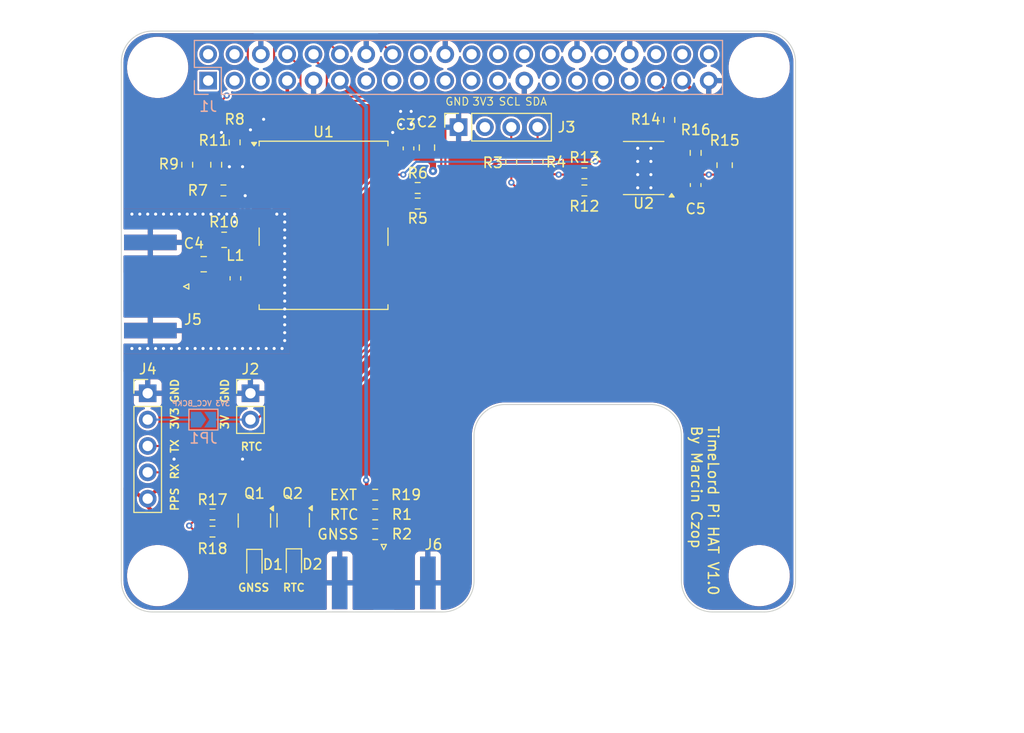
<source format=kicad_pcb>
(kicad_pcb (version 20241229) (generator "pcbnew") (generator_version "9.0")
  (title_block (date "15 nov 2012"))
  (layers (0 "F.Cu" signal) (4 "In1.Cu" signal) (6 "In2.Cu" signal) (2 "B.Cu" signal) (13 "F.Paste" user) (15 "B.Paste" user) (5 "F.SilkS" user "F.Silkscreen") (7 "B.SilkS" user "B.Silkscreen") (1 "F.Mask" user) (3 "B.Mask" user) (25 "Edge.Cuts" user))
  (net 0 "")
  (net 1 "GND")
  (net 2 "/GPIO27")
  (net 3 "/GPIO22")
  (net 4 "/GPIO10{slash}SPI0.MOSI")
  (net 5 "/GPIO9{slash}SPI0.MISO")
  (net 6 "/GPIO25")
  (net 7 "/GPIO11{slash}SPI0.SCLK")
  (net 8 "/GPIO8{slash}SPI0.CE0")
  (net 9 "/GPIO7{slash}SPI0.CE1")
  (net 10 "/ID_SDA")
  (net 11 "/ID_SCL")
  (net 12 "/GPIO5")
  (net 13 "/GPIO6")
  (net 14 "/GPIO12{slash}PWM0")
  (net 15 "/GPIO13{slash}PWM1")
  (net 16 "/GPIO16")
  (net 17 "/GPIO20{slash}PCM.DIN")
  (net 18 "/GPIO21{slash}PCM.DOUT")
  (net 19 "+5V")
  (net 20 "UART_TX")
  (net 21 "+3.3V")
  (net 22 "UART_RX")
  (net 23 "SCL")
  (net 24 "SDA")
  (net 25 "PPS")
  (net 26 "VCC_BCKP")
  (net 27 "RESET")
  (net 28 "SAFEBOOT")
  (net 29 "EXTINT")
  (net 30 "PPS_RTC")
  (net 31 "RTC_RESET")
  (net 32 "Net-(D1-K)")
  (net 33 "Net-(D2-K)")
  (net 34 "Net-(C4-Pad1)")
  (net 35 "Net-(J3-Pin_3)")
  (net 36 "Net-(J3-Pin_4)")
  (net 37 "RF")
  (net 38 "Net-(U1-TXD)")
  (net 39 "Net-(U1-RXD)")
  (net 40 "Net-(U1-EXTINT)")
  (net 41 "Net-(U1-SAFEBOOT_N)")
  (net 42 "Net-(U1-~{RESET})")
  (net 43 "Net-(U1-VCC_RF)")
  (net 44 "Net-(U1-TIMEPULSE)")
  (net 45 "Net-(U2-SCL)")
  (net 46 "Net-(U2-SDA)")
  (net 47 "Net-(U2-~{RST})")
  (net 48 "Net-(U2-~{INT}{slash}SQW)")
  (net 55 "Net-(D1-A)")
  (net 56 "Net-(D2-A)")
  (net 62 "Net-(J6-In)")
  (net 63 "PPS_EXT")
  (footprint "Connector_PinSocket_2.54mm:PinSocket_1x04_P2.54mm_Vertical" (layer "F.Cu") (at 132.512 53.264 90)
    (property "Reference" "J3")
    (property "Value" "OLED")
  )
  (footprint "MountingHole:MountingHole_2.7mm_M2.5" (layer "F.Cu") (at 161.5 47.5)
    (property "Reference" "MH2" (hide yes))
    (property "Value" "MountingHole_2.7mm_M2.5" (hide yes))
  )
  (footprint "Resistor_SMD:R_0603_1608Metric" (layer "F.Cu") (at 108.7865 92.253)
    (property "Reference" "R18")
    (property "Value" "470")
  )
  (footprint "Resistor_SMD:R_0603_1608Metric" (layer "F.Cu") (at 140.132 56.629 -90)
    (property "Reference" "R4")
    (property "Value" "33")
  )
  (footprint "Resistor_SMD:R_0603_1608Metric" (layer "F.Cu") (at 155.372 55.741 -90)
    (property "Reference" "R16")
    (property "Value" "33")
  )
  (footprint "Resistor_SMD:R_0603_1608Metric" (layer "F.Cu") (at 108.7865 90.602)
    (property "Reference" "R17")
    (property "Value" "470")
  )
  (footprint "Resistor_SMD:R_0603_1608Metric" (layer "F.Cu") (at 137.592 56.629 90)
    (property "Reference" "R3")
    (property "Value" "33")
  )
  (footprint "Resistor_SMD:R_0603_1608Metric" (layer "F.Cu") (at 109.144 56.883 -90)
    (property "Reference" "R11")
    (property "Value" "33")
  )
  (footprint "Package_TO_SOT_SMD:SOT-23" (layer "F.Cu") (at 116.571 91.1585 -90)
    (property "Reference" "Q2")
    (property "Value" "BC846")
  )
  (footprint "RF_GPS:ublox_NEO" (layer "F.Cu") (at 119.496 62.724)
    (property "Reference" "U1")
    (property "Value" "NEO-F10T")
  )
  (footprint "Package_SO:SOIC-8_3.9x4.9mm_P1.27mm" (layer "F.Cu") (at 150.357 57.201 180)
    (property "Reference" "U2")
    (property "Value" "DS3232M")
  )
  (footprint "Resistor_SMD:R_0805_2012Metric" (layer "F.Cu") (at 158.166 56.9235 -90)
    (property "Reference" "R15")
    (property "Value" "10k")
  )
  (footprint "Resistor_SMD:R_0603_1608Metric" (layer "F.Cu") (at 124.475 90.6 180)
    (property "Reference" "R1")
    (property "Value" "0")
  )
  (footprint "Resistor_SMD:R_0603_1608Metric" (layer "F.Cu") (at 124.475 88.7 180)
    (property "Reference" "R19")
    (property "Value" "0")
  )
  (footprint "MountingHole:MountingHole_2.7mm_M2.5" (layer "F.Cu") (at 103.5 96.5)
    (property "Reference" "MH3" (hide yes))
    (property "Value" "MountingHole_2.7mm_M2.5" (hide yes))
  )
  (footprint "Capacitor_SMD:C_0603_1608Metric" (layer "F.Cu") (at 127.686 55.309 -90)
    (property "Reference" "C3")
    (property "Value" "1u")
  )
  (footprint "Capacitor_SMD:C_0805_2012Metric" (layer "F.Cu") (at 107.94 66.472 180)
    (property "Reference" "C4")
    (property "Value" "10n")
  )
  (footprint "Resistor_SMD:R_0603_1608Metric" (layer "F.Cu") (at 110.922 54.725 -90)
    (property "Reference" "R8")
    (property "Value" "33")
  )
  (footprint "Connector_PinHeader_2.54mm:PinHeader_1x02_P2.54mm_Vertical" (layer "F.Cu") (at 112.446 78.918)
    (property "Reference" "J2")
    (property "Value" "BCKP_PWR")
  )
  (footprint "MountingHole:MountingHole_2.7mm_M2.5" (layer "F.Cu") (at 103.5 47.5)
    (property "Reference" "MH1" (hide yes))
    (property "Value" "MountingHole_2.7mm_M2.5" (hide yes))
  )
  (footprint "Resistor_SMD:R_0603_1608Metric" (layer "F.Cu") (at 144.641 59.36)
    (property "Reference" "R12")
    (property "Value" "33")
  )
  (footprint "Connector_PinHeader_2.54mm:PinHeader_1x05_P2.54mm_Vertical" (layer "F.Cu") (at 102.54 78.918)
    (property "Reference" "J4")
    (property "Value" "EXTERNAL")
  )
  (footprint "Capacitor_SMD:C_0805_2012Metric" (layer "F.Cu") (at 129.464 55.23 -90)
    (property "Reference" "C2")
    (property "Value" "22u")
  )
  (footprint "Connector_Coaxial:SMA_Amphenol_132289_EdgeMount" (layer "F.Cu") (at 125.3 97.2 -90)
    (property "Reference" "J6")
    (property "Value" "SMA")
  )
  (footprint "Resistor_SMD:R_0603_1608Metric" (layer "F.Cu") (at 152.832 52.565 90)
    (property "Reference" "R14")
    (property "Value" "33")
  )
  (footprint "Inductor_SMD:L_0603_1608Metric" (layer "F.Cu") (at 110.996 67.8365 -90)
    (property "Reference" "L1")
    (property "Value" "47n")
  )
  (footprint "Resistor_SMD:R_0603_1608Metric" (layer "F.Cu") (at 124.475 92.5 180)
    (property "Reference" "R2")
    (property "Value" "0")
  )
  (footprint "Resistor_SMD:R_0603_1608Metric" (layer "F.Cu") (at 144.641 57.709 180)
    (property "Reference" "R13")
    (property "Value" "33")
  )
  (footprint "MountingHole:MountingHole_2.7mm_M2.5" (layer "F.Cu") (at 161.5 96.5)
    (property "Reference" "MH4" (hide yes))
    (property "Value" "MountingHole_2.7mm_M2.5" (hide yes))
  )
  (footprint "LED_SMD:LED_0603_1608Metric" (layer "F.Cu") (at 116.637 95.4025 -90)
    (property "Reference" "D2")
    (property "Value" "LED")
  )
  (footprint "Package_TO_SOT_SMD:SOT-23" (layer "F.Cu") (at 112.827 91.1885 -90)
    (property "Reference" "Q1")
    (property "Value" "BC846")
  )
  (footprint "LED_SMD:LED_0603_1608Metric" (layer "F.Cu") (at 112.827 95.4535 -90)
    (property "Reference" "D1")
    (property "Value" "LED")
  )
  (footprint "Resistor_SMD:R_0603_1608Metric" (layer "F.Cu") (at 128.571 59.124)
    (property "Reference" "R6")
    (property "Value" "33")
  )
  (footprint "Resistor_SMD:R_0603_1608Metric" (layer "F.Cu") (at 128.571 60.624 180)
    (property "Reference" "R5")
    (property "Value" "33")
  )
  (footprint "Resistor_SMD:R_0805_2012Metric" (layer "F.Cu") (at 109.9085 64.124 180)
    (property "Reference" "R10")
    (property "Value" "10")
  )
  (footprint "Resistor_SMD:R_0603_1608Metric" (layer "F.Cu") (at 106.35 56.883 90)
    (property "Reference" "R9")
    (property "Value" "33")
  )
  (footprint "Connector_Coaxial:SMA_Amphenol_132289_EdgeMount" (layer "F.Cu") (at 102.794 68.624 180)
    (property "Reference" "J5")
    (property "Value" "SMA")
  )
  (footprint "Resistor_SMD:R_0603_1608Metric" (layer "F.Cu") (at 109.843 59.36)
    (property "Reference" "R7")
    (property "Value" "33")
  )
  (footprint "Capacitor_SMD:C_0603_1608Metric" (layer "F.Cu") (at 155.372 58.839 -90)
    (property "Reference" "C5")
    (property "Value" "1u")
  )
  (footprint "Connector_PinSocket_2.54mm:PinSocket_2x20_P2.54mm_Vertical" (layer "B.Cu") (at 108.37 48.77 -90)
    (property "Reference" "J1")
    (property "Value" "GPIO")
  )
  (footprint "Jumper:SolderJumper-2_P1.3mm_Open_TrianglePad1.0x1.5mm" (layer "B.Cu") (at 107.911 81.458)
    (property "Reference" "JP1")
    (property "Value" "VCC_BCPK_JMPR")
  )
  (gr_arc (start 162 44) (mid 164.12132 44.87868) (end 165 47) (stroke (width 0.1)) (layer "Edge.Cuts"))
  (gr_line (start 165 97) (end 165 47) (stroke (width 0.1)) (layer "Edge.Cuts"))
  (gr_line (start 100 47) (end 100 81) (stroke (width 0.1)) (layer "Edge.Cuts"))
  (gr_line (start 134 97) (end 134 83) (stroke (width 0.1)) (layer "Edge.Cuts"))
  (gr_arc (start 103 100) (mid 100.87868 99.12132) (end 100 97) (stroke (width 0.1)) (layer "Edge.Cuts"))
  (gr_line (start 103 100) (end 131 100) (stroke (width 0.1)) (layer "Edge.Cuts"))
  (gr_arc (start 134 83) (mid 134.87868 80.87868) (end 137 80) (stroke (width 0.1)) (layer "Edge.Cuts"))
  (gr_arc (start 134 97) (mid 133.12132 99.12132) (end 131 100) (stroke (width 0.1)) (layer "Edge.Cuts"))
  (gr_line (start 157 100) (end 162 100) (stroke (width 0.1)) (layer "Edge.Cuts"))
  (gr_arc (start 165 97) (mid 164.12132 99.12132) (end 162 100) (stroke (width 0.1)) (layer "Edge.Cuts"))
  (gr_arc (start 157 100) (mid 154.87868 99.12132) (end 154 97) (stroke (width 0.1)) (layer "Edge.Cuts"))
  (gr_arc (start 100 47) (mid 100.87868 44.87868) (end 103 44) (stroke (width 0.1)) (layer "Edge.Cuts"))
  (gr_line (start 137 80) (end 151 80) (stroke (width 0.1)) (layer "Edge.Cuts"))
  (gr_arc (start 151 80) (mid 153.12132 80.87868) (end 154 83) (stroke (width 0.1)) (layer "Edge.Cuts"))
  (gr_line (start 100 81) (end 100 97) (stroke (width 0.1)) (layer "Edge.Cuts"))
  (gr_line (start 154 97) (end 154 83) (stroke (width 0.1)) (layer "Edge.Cuts"))
  (gr_line (start 162 44) (end 103 44) (stroke (width 0.1)) (layer "Edge.Cuts"))
  (gr_text "GNSS" (at 111.176 98.095 0) (layer "F.SilkS") (effects (font (size 0.75 0.75) (thickness 0.15) (bold yes)) (justify left bottom)))
  (gr_text "RTC\n" (at 120 91.2 0) (layer "F.SilkS") (effects (font (size 1 1)) (justify left bottom)))
  (gr_text "3V" (at 110.414 82.474 90) (layer "F.SilkS") (effects (font (size 0.75 0.75) (thickness 0.15) (bold yes)) (justify left bottom)))
  (gr_text "RTC\n" (at 111.43 84.506 0) (layer "F.SilkS") (effects (font (size 0.75 0.75) (thickness 0.15) (bold yes)) (justify left bottom)))
  (gr_text "RTC" (at 115.494 98.095 0) (layer "F.SilkS") (effects (font (size 0.75 0.75) (thickness 0.15) (bold yes)) (justify left bottom)))
  (gr_text "GND" (at 131.182 51.232 0) (layer "F.SilkS") (effects (font (size 0.75 0.75) (thickness 0.1)) (justify left bottom)))
  (gr_text "GND" (at 105.588 79.934 90) (layer "F.SilkS") (effects (font (size 0.75 0.75) (thickness 0.15) (bold yes)) (justify left bottom)))
  (gr_text "EXT" (at 120 89.3 0) (layer "F.SilkS") (effects (font (size 1 1)) (justify left bottom)))
  (gr_text "GNSS\n" (at 118.8 93.1 0) (layer "F.SilkS") (effects (font (size 1 1)) (justify left bottom)))
  (gr_text "PPS" (at 105.588 90.348 90) (layer "F.SilkS") (effects (font (size 0.75 0.75) (thickness 0.15) (bold yes)) (justify left bottom)))
  (gr_text "SCL" (at 136.322 51.232 0) (layer "F.SilkS") (effects (font (size 0.75 0.75) (thickness 0.1)) (justify left bottom)))
  (gr_text "3V3\n" (at 133.782 51.232 0) (layer "F.SilkS") (effects (font (size 0.75 0.75) (thickness 0.1)) (justify left bottom)))
  (gr_text "GND" (at 110.414 79.934 90) (layer "F.SilkS") (effects (font (size 0.75 0.75) (thickness 0.15) (bold yes)) (justify left bottom)))
  (gr_text "SDA" (at 138.862 51.232 0) (layer "F.SilkS") (effects (font (size 0.75 0.75) (thickness 0.1)) (justify left bottom)))
  (gr_text "TX\n" (at 105.588 84.76 90) (layer "F.SilkS") (effects (font (size 0.75 0.75) (thickness 0.15) (bold yes)) (justify left bottom)))
  (gr_text "TimeLord Pi HAT V1.0\nBy Marcin Czop" (at 154.864 81.966 270) (layer "F.SilkS") (effects (font (size 1 1)) (justify left bottom)))
  (gr_text "3V3" (at 105.588 82.474 90) (layer "F.SilkS") (effects (font (size 0.75 0.75) (thickness 0.15) (bold yes)) (justify left bottom)))
  (gr_text "RX\n" (at 105.588 87.3 90) (layer "F.SilkS") (effects (font (size 0.75 0.75) (thickness 0.15) (bold yes)) (justify left bottom)))
  (gr_text "3V3 VCC_BCKP" (at 104.826 80.188 0) (layer "B.SilkS") (effects (font (size 0.5 0.5) (thickness 0.1) (bold yes)) (justify right bottom mirror)))
  (via (at 114.986 61.646) (size 0.6) (drill 0.3) (layers "F.Cu" "B.Cu") (net 1))
  (via (at 126.924 51.74) (size 0.6) (drill 0.3) (layers "F.Cu" "B.Cu") (net 1))
  (via (at 109.398 61.646) (size 0.6) (drill 0.3) (layers "F.Cu" "B.Cu") (net 1))
  (via (at 128.702 52.502) (size 0.6) (drill 0.3) (layers "F.Cu" "B.Cu") (net 1))
  (via (at 110.414 57.074) (size 0.6) (drill 0.3) (layers "F.Cu" "B.Cu") (net 1))
  (via (at 111.684 74.6) (size 0.6) (drill 0.3) (layers "F.Cu" "B.Cu") (net 1))
  (via (at 111.684 85.268) (size 0.6) (drill 0.3) (layers "F.Cu" "B.Cu") (net 1))
  (via (at 151.054 57.836) (size 0.6) (drill 0.3) (layers "F.Cu" "B.Cu") (net 1))
  (via (at 115.748 72.314) (size 0.6) (drill 0.3) (layers "F.Cu" "B.Cu") (net 1))
  (via (at 101.016 74.6) (size 0.6) (drill 0.3) (layers "F.Cu" "B.Cu") (net 1))
  (via (at 109.398 74.6) (size 0.6) (drill 0.3) (layers "F.Cu" "B.Cu") (net 1))
  (via (at 104.826 74.6) (size 0.6) (drill 0.3) (layers "F.Cu" "B.Cu") (net 1))
  (via (at 102.54 61.646) (size 0.6) (drill 0.3) (layers "F.Cu" "B.Cu") (net 1))
  (via (at 115.748 70.79) (size 0.6) (drill 0.3) (layers "F.Cu" "B.Cu") (net 1))
  (via (at 115.748 73.838) (size 0.6) (drill 0.3) (layers "F.Cu" "B.Cu") (net 1))
  (via (at 115.748 66.218) (size 0.6) (drill 0.3) (layers "F.Cu" "B.Cu") (net 1))
  (via (at 151.054 56.566) (size 0.6) (drill 0.3) (layers "F.Cu" "B.Cu") (net 1))
  (via (at 106.35 61.646) (size 0.6) (drill 0.3) (layers "F.Cu" "B.Cu") (net 1))
  (via (at 112.446 53.518) (size 0.6) (drill 0.3) (layers "F.Cu" "B.Cu") (net 1))
  (via (at 115.748 61.646) (size 0.6) (drill 0.3) (layers "F.Cu" "B.Cu") (net 1))
  (via (at 151.054 59.106) (size 0.6) (drill 0.3) (layers "F.Cu" "B.Cu") (net 1))
  (via (at 105.08 85.268) (size 0.6) (drill 0.3) (layers "F.Cu" "B.Cu") (net 1))
  (via (at 115.748 63.17) (size 0.6) (drill 0.3) (layers "F.Cu" "B.Cu") (net 1))
  (via (at 115.494 74.6) (size 0.6) (drill 0.3) (layers "F.Cu" "B.Cu") (net 1))
  (via (at 105.588 74.6) (size 0.6) (drill 0.3) (layers "F.Cu" "B.Cu") (net 1))
  (via (at 101.778 74.6) (size 0.6) (drill 0.3) (layers "F.Cu" "B.Cu") (net 1))
  (via (at 115.748 70.028) (size 0.6) (drill 0.3) (layers "F.Cu" "B.Cu") (net 1))
  (via (at 149.784 56.566) (size 0.6) (drill 0.3) (layers "F.Cu" "B.Cu") (net 1))
  (via (at 115.748 64.694) (size 0.6) (drill 0.3) (layers "F.Cu" "B.Cu") (net 1))
  (via (at 115.748 67.742) (size 0.6) (drill 0.3) (layers "F.Cu" "B.Cu") (net 1))
  (via (at 108.636 61.646) (size 0.6) (drill 0.3) (layers "F.Cu" "B.Cu") (net 1))
  (via (at 112.446 74.6) (size 0.6) (drill 0.3) (layers "F.Cu" "B.Cu") (net 1))
  (via (at 110.16 74.6) (size 0.6) (drill 0.3) (layers "F.Cu" "B.Cu") (net 1))
  (via (at 104.064 74.6) (size 0.6) (drill 0.3) (layers "F.Cu" "B.Cu") (net 1))
  (via (at 106.35 74.6) (size 0.6) (drill 0.3) (layers "F.Cu" "B.Cu") (net 1))
  (via (at 111.938 59.868) (size 0.6) (drill 0.3) (layers "F.Cu" "B.Cu") (net 1))
  (via (at 104.064 61.646) (size 0.6) (drill 0.3) (layers "F.Cu" "B.Cu") (net 1))
  (via (at 114.732 74.6) (size 0.6) (drill 0.3) (layers "F.Cu" "B.Cu") (net 1))
  (via (at 109.652 53.772) (size 0.6) (drill 0.3) (layers "F.Cu" "B.Cu") (net 1))
  (via (at 102.54 74.6) (size 0.6) (drill 0.3) (layers "F.Cu" "B.Cu") (net 1))
  (via (at 115.748 66.98) (size 0.6) (drill 0.3) (layers "F.Cu" "B.Cu") (net 1))
  (via (at 149.784 55.296) (size 0.6) (drill 0.3) (layers "F.Cu" "B.Cu") (net 1))
  (via (at 111.684 57.074) (size 0.6) (drill 0.3) (layers "F.Cu" "B.Cu") (net 1))
  (via (at 115.748 71.552) (size 0.6) (drill 0.3) (layers "F.Cu" "B.Cu") (net 1))
  (via (at 105.588 61.646) (size 0.6) (drill 0.3) (layers "F.Cu" "B.Cu") (net 1))
  (via (at 110.922 62.408) (size 0.6) (drill 0.3) (layers "F.Cu" "B.Cu") (net 1))
  (via (at 107.112 61.646) (size 0.6) (drill 0.3) (layers "F.Cu" "B.Cu") (net 1))
  (via (at 110.16 61.646) (size 0.6) (drill 0.3) (layers "F.Cu" "B.Cu") (net 1))
  (via (at 126.924 53.01) (size 0.6) (drill 0.3) (layers "F.Cu" "B.Cu") (net 1))
  (via (at 149.784 57.836) (size 0.6) (drill 0.3) (layers "F.Cu" "B.Cu") (net 1))
  (via (at 115.748 73.076) (size 0.6) (drill 0.3) (layers "F.Cu" "B.Cu") (net 1))
  (via (at 107.874 61.646) (size 0.6) (drill 0.3) (layers "F.Cu" "B.Cu") (net 1))
  (via (at 101.778 61.646) (size 0.6) (drill 0.3) (layers "F.Cu" "B.Cu") (net 1))
  (via (at 115.748 65.456) (size 0.6) (drill 0.3) (layers "F.Cu" "B.Cu") (net 1))
  (via (at 104.826 61.646) (size 0.6) (drill 0.3) (layers "F.Cu" "B.Cu") (net 1))
  (via (at 110.922 74.6) (size 0.6) (drill 0.3) (layers "F.Cu" "B.Cu") (net 1))
  (via (at 115.748 62.408) (size 0.6) (drill 0.3) (layers "F.Cu" "B.Cu") (net 1))
  (via (at 107.112 74.6) (size 0.6) (drill 0.3) (layers "F.Cu" "B.Cu") (net 1))
  (via (at 101.016 61.646) (size 0.6) (drill 0.3) (layers "F.Cu" "B.Cu") (net 1))
  (via (at 110.922 61.646) (size 0.6) (drill 0.3) (layers "F.Cu" "B.Cu") (net 1))
  (via (at 149.784 59.106) (size 0.6) (drill 0.3) (layers "F.Cu" "B.Cu") (net 1))
  (via (at 107.874 74.6) (size 0.6) (drill 0.3) (layers "F.Cu" "B.Cu") (net 1))
  (via (at 103.302 74.6) (size 0.6) (drill 0.3) (layers "F.Cu" "B.Cu") (net 1))
  (via (at 127.94 51.74) (size 0.6) (drill 0.3) (layers "F.Cu" "B.Cu") (net 1))
  (via (at 151.054 55.296) (size 0.6) (drill 0.3) (layers "F.Cu" "B.Cu") (net 1))
  (via (at 115.748 68.504) (size 0.6) (drill 0.3) (layers "F.Cu" "B.Cu") (net 1))
  (via (at 126.162 53.772) (size 0.6) (drill 0.3) (layers "F.Cu" "B.Cu") (net 1))
  (via (at 103.302 61.646) (size 0.6) (drill 0.3) (layers "F.Cu" "B.Cu") (net 1))
  (via (at 115.748 63.932) (size 0.6) (drill 0.3) (layers "F.Cu" "B.Cu") (net 1))
  (via (at 127.94 53.01) (size 0.6) (drill 0.3) (layers "F.Cu" "B.Cu") (net 1))
  (via (at 113.97 74.6) (size 0.6) (drill 0.3) (layers "F.Cu" "B.Cu") (net 1))
  (via (at 113.208 74.6) (size 0.6) (drill 0.3) (layers "F.Cu" "B.Cu") (net 1))
  (via (at 115.748 69.266) (size 0.6) (drill 0.3) (layers "F.Cu" "B.Cu") (net 1))
  (via (at 113.716 52.502) (size 0.6) (drill 0.3) (layers "F.Cu" "B.Cu") (net 1))
  (via (at 108.636 74.6) (size 0.6) (drill 0.3) (layers "F.Cu" "B.Cu") (net 1))
  (segment (start 129.396 59.124) (end 130.841 57.679) (width 0.2) (layer "F.Cu") (net 20))
  (segment (start 118.288 50.724) (end 117.267 49.703) (width 0.2) (layer "F.Cu") (net 20))
  (segment (start 130.841 57.679) (end 130.841 53.4301) (width 0.2) (layer "F.Cu") (net 20))
  (segment (start 128.695 59.825) (end 129.396 59.124) (width 0.2) (layer "F.Cu") (net 20))
  (segment (start 114.1649 83.998) (end 128.695 69.4679) (width 0.2) (layer "F.Cu") (net 20))
  (segment (start 128.695 69.4679) (end 128.695 59.825) (width 0.2) (layer "F.Cu") (net 20))
  (segment (start 102.54 83.998) (end 114.1649 83.998) (width 0.2) (layer "F.Cu") (net 20))
  (segment (start 117.267 47.485) (end 116.116 46.334) (width 0.2) (layer "F.Cu") (net 20))
  (segment (start 128.1349 50.724) (end 118.288 50.724) (width 0.2) (layer "F.Cu") (net 20))
  (segment (start 130.841 53.4301) (end 128.1349 50.724) (width 0.2) (layer "F.Cu") (net 20))
  (segment (start 117.267 49.703) (end 117.267 47.485) (width 0.2) (layer "F.Cu") (net 20))
  (segment (start 106.5405 91.6815) (end 107.112 92.253) (width 0.2) (layer "F.Cu") (net 21))
  (segment (start 107.62 90.602) (end 107.9615 90.602) (width 0.2) (layer "F.Cu") (net 21))
  (segment (start 127.782 56.18) (end 127.686 56.084) (width 0.2) (layer "F.Cu") (net 21))
  (segment (start 126.946 56.824) (end 125.496 56.824) (width 0.6) (layer "F.Cu") (net 21))
  (segment (start 125.5 56.82) (end 125.496 56.824) (width 0.2) (layer "F.Cu") (net 21))
  (segment (start 106.5405 91.6815) (end 107.62 90.602) (width 0.2) (layer "F.Cu") (net 21))
  (segment (start 156.642 57.836) (end 152.832 57.836) (width 0.2) (layer "F.Cu") (net 21))
  (segment (start 130.044525 56.760525) (end 129.464 56.18) (width 0.6) (layer "F.Cu") (net 21))
  (segment (start 130.044525 57.485525) (end 130.044525 56.760525) (width 0.6) (layer "F.Cu") (net 21))
  (segment (start 127.686 56.084) (end 126.946 56.824) (width 0.6) (layer "F.Cu") (net 21))
  (segment (start 107.112 92.253) (end 107.9615 92.253) (width 0.2) (layer "F.Cu") (net 21))
  (segment (start 129.464 56.18) (end 127.782 56.18) (width 0.6) (layer "F.Cu") (net 21))
  (segment (start 156.642 57.836) (end 158.166 57.836) (width 0.2) (layer "F.Cu") (net 21))
  (via (at 106.5405 91.6815) (size 0.6) (drill 0.3) (layers "F.Cu" "B.Cu") (net 21))
  (via (at 156.642 57.836) (size 0.6) (drill 0.3) (layers "F.Cu" "B.Cu") (net 21))
  (via (at 130.044525 57.485525) (size 0.8) (drill 0.3) (layers "F.Cu" "B.Cu") (net 21))
  (segment (start 107.186 81.458) (end 102.54 81.458) (width 0.2) (layer "B.Cu") (net 21))
  (segment (start 131.242 58.778) (end 131.242 53.264) (width 0.2) (layer "F.Cu") (net 22))
  (segment (start 128.8611 69.8689) (end 128.956 69.774) (width 0.2) (layer "F.Cu") (net 22))
  (segment (start 128.301 50.323) (end 120.681 50.323) (width 0.2) (layer "F.Cu") (net 22))
  (segment (start 119.812 47.93) (end 118.656 46.774) (width 0.2) (layer "F.Cu") (net 22))
  (segment (start 114.5659 84.1641) (end 128.8611 69.8689) (width 0.2) (layer "F.Cu") (net 22))
  (segment (start 129.096 60.924) (end 129.396 60.624) (width 0.2) (layer "F.Cu") (net 22))
  (segment (start 102.54 86.538) (end 112.192 86.538) (width 0.2) (layer "F.Cu") (net 22))
  (segment (start 112.192 86.538) (end 114.331 84.399) (width 0.2) (layer "F.Cu") (net 22))
  (segment (start 119.812 49.454) (end 119.812 47.93) (width 0.2) (layer "F.Cu") (net 22))
  (segment (start 129.396 60.624) (end 131.242 58.778) (width 0.2) (layer "F.Cu") (net 22))
  (segment (start 128.956 69.774) (end 129.096 69.634) (width 0.2) (layer "F.Cu") (net 22))
  (segment (start 131.242 53.264) (end 128.301 50.323) (width 0.2) (layer "F.Cu") (net 22))
  (segment (start 120.681 50.323) (end 119.812 49.454) (width 0.2) (layer "F.Cu") (net 22))
  (segment (start 129.096 69.3018) (end 129.096 60.924) (width 0.2) (layer "F.Cu") (net 22))
  (segment (start 129.096 69.634) (end 129.096 69.3018) (width 0.2) (layer "F.Cu") (net 22))
  (segment (start 114.331 84.399) (end 114.5659 84.1641) (width 0.2) (layer "F.Cu") (net 22))
  (segment (start 118.656 46.774) (end 118.656 46.334) (width 0.2) (layer "F.Cu") (net 22))
  (segment (start 137.6 57.462) (end 137.592 57.454) (width 0.2) (layer "F.Cu") (net 23))
  (segment (start 137.6 58.598) (end 138.362 59.36) (width 0.2) (layer "F.Cu") (net 23))
  (segment (start 138.362 59.36) (end 143.816 59.36) (width 0.2) (layer "F.Cu") (net 23))
  (segment (start 137.6 58.598) (end 137.6 57.462) (width 0.2) (layer "F.Cu") (net 23))
  (via (at 137.6 58.598) (size 0.6) (drill 0.3) (layers "F.Cu" "B.Cu") (net 23))
  (segment (start 142.164 57.836) (end 143.816 57.836) (width 0.2) (layer "F.Cu") (net 24))
  (segment (start 142.164 57.836) (end 141.91 57.836) (width 0.2) (layer "F.Cu") (net 24))
  (segment (start 141.91 57.836) (end 141.874 57.8) (width 0.2) (layer "F.Cu") (net 24))
  (segment (start 140.278 57.6) (end 140.132 57.454) (width 0.2) (layer "F.Cu") (net 24))
  (segment (start 140.9 57.8) (end 140.7 57.6) (width 0.2) (layer "F.Cu") (net 24))
  (segment (start 140.7 57.6) (end 140.278 57.6) (width 0.2) (layer "F.Cu") (net 24))
  (segment (start 141.874 57.8) (end 140.9 57.8) (width 0.2) (layer "F.Cu") (net 24))
  (via (at 142.164 57.836) (size 0.6) (drill 0.3) (layers "F.Cu" "B.Cu") (net 24))
  (segment (start 118.6 96.55) (end 116.35 98.8) (width 0.3493) (layer "F.Cu") (net 25))
  (segment (start 117.8 56.45) (end 116.1 54.75) (width 0.3493) (layer "F.Cu") (net 25))
  (segment (start 109.144 56.058) (end 109.144 55.956) (width 0.3493) (layer "F.Cu") (net 25))
  (segment (start 100.5 77.3) (end 101.6 76.2) (width 0.3493) (layer "F.Cu") (net 25))
  (segment (start 111.5 98.8) (end 102.54 89.84) (width 0.3493) (layer "F.Cu") (net 25))
  (segment (start 102.028 89.078) (end 100.5 87.55) (width 0.3493) (layer "F.Cu") (net 25))
  (segment (start 102.54 89.84) (end 102.54 89.078) (width 0.3493) (layer "F.Cu") (net 25))
  (segment (start 116 53.654) (end 114.904 54.75) (width 0.3493) (layer "F.Cu") (net 25))
  (segment (start 117.8 74.7) (end 117.8 56.45) (width 0.3493) (layer "F.Cu") (net 25))
  (segment (start 116.012 48.77) (end 115.99 48.77) (width 0.2) (layer "F.Cu") (net 25))
  (segment (start 120.4 92.5) (end 118.6 94.3) (width 0.3493) (layer "F.Cu") (net 25))
  (segment (start 113.777 89.677) (end 113.777 90.251) (width 0.3493) (layer "F.Cu") (net 25))
  (segment (start 116.116 48.874) (end 116.012 48.77) (width 0.2) (layer "F.Cu") (net 25))
  (segment (start 109.144 55.956) (end 110.35 54.75) (width 0.3493) (layer "F.Cu") (net 25))
  (segment (start 102.54 89.078) (end 103.268 88.35) (width 0.3493) (layer "F.Cu") (net 25))
  (segment (start 112.45 88.35) (end 113.777 89.677) (width 0.3493) (layer "F.Cu") (net 25))
  (segment (start 118.6 94.3) (end 118.6 96.55) (width 0.3493) (layer "F.Cu") (net 25))
  (segment (start 102.54 89.078) (end 102.028 89.078) (width 0.3493) (layer "F.Cu") (net 25))
  (segment (start 110.35 54.75) (end 114.904 54.75) (width 0.3493) (layer "F.Cu") (net 25))
  (segment (start 116 48.78) (end 116 53.654) (width 0.3493) (layer "F.Cu") (net 25))
  (segment (start 115.99 48.77) (end 116 48.78) (width 0.2) (layer "F.Cu") (net 25))
  (segment (start 116.1 54.75) (end 114.904 54.75) (width 0.3493) (layer "F.Cu") (net 25))
  (segment (start 123.65 92.5) (end 120.4 92.5) (width 0.3493) (layer "F.Cu") (net 25))
  (segment (start 103.268 88.35) (end 112.45 88.35) (width 0.3493) (layer "F.Cu") (net 25))
  (segment (start 116.35 98.8) (end 111.5 98.8) (width 0.3493) (layer "F.Cu") (net 25))
  (segment (start 100.5 87.55) (end 100.5 77.3) (width 0.3493) (layer "F.Cu") (net 25))
  (segment (start 116.3 76.2) (end 117.8 74.7) (width 0.3493) (layer "F.Cu") (net 25))
  (segment (start 101.6 76.2) (end 116.3 76.2) (width 0.3493) (layer "F.Cu") (net 25))
  (segment (start 119.4 75.1) (end 119.4 63.12) (width 0.2) (layer "F.Cu") (net 26))
  (segment (start 125.584 57.836) (end 125.496 57.924) (width 0.2) (layer "F.Cu") (net 26))
  (segment (start 145.72 56.566) (end 147.882 56.566) (width 0.2) (layer "F.Cu") (net 26))
  (segment (start 127.178 57.836) (end 125.584 57.836) (width 0.2) (layer "F.Cu") (net 26))
  (segment (start 119.4 63.12) (end 124.596 57.924) (width 0.2) (layer "F.Cu") (net 26))
  (segment (start 112.446 81.458) (end 113.042 81.458) (width 0.2) (layer "F.Cu") (net 26))
  (segment (start 113.042 81.458) (end 119.4 75.1) (width 0.2) (layer "F.Cu") (net 26))
  (segment (start 124.596 57.924) (end 125.496 57.924) (width 0.2) (layer "F.Cu") (net 26))
  (via (at 127.178 57.836) (size 0.6) (drill 0.3) (layers "F.Cu" "B.Cu") (net 26))
  (via (at 145.72 56.566) (size 0.6) (drill 0.3) (layers "F.Cu" "B.Cu") (net 26))
  (segment (start 108.636 81.458) (end 112.446 81.458) (width 0.2) (layer "B.Cu") (net 26))
  (segment (start 145.686 56.6) (end 145.72 56.566) (width 0.2) (layer "B.Cu") (net 26))
  (segment (start 127.178 57.836) (end 128.414 56.6) (width 0.2) (layer "B.Cu") (net 26))
  (segment (start 128.414 56.6) (end 145.686 56.6) (width 0.2) (layer "B.Cu") (net 26))
  (segment (start 106.35 54.026) (end 106.35 56.058) (width 0.2) (layer "F.Cu") (net 27))
  (segment (start 110.16 50.216) (end 106.35 54.026) (width 0.2) (layer "F.Cu") (net 27))
  (via (at 110.16 50.216) (size 0.6) (drill 0.3) (layers "F.Cu" "B.Cu") (net 27))
  (segment (start 115.494 44.882) (end 114.727 45.649) (width 0.2) (layer "F.Cu") (net 28))
  (segment (start 121.196 46.334) (end 119.744 44.882) (width 0.2) (layer "F.Cu") (net 28))
  (segment (start 110.922 53.264) (end 110.922 53.9) (width 0.2) (layer "F.Cu") (net 28))
  (segment (start 119.744 44.882) (end 115.494 44.882) (width 0.2) (layer "F.Cu") (net 28))
  (segment (start 114.727 45.649) (end 114.727 49.459) (width 0.2) (layer "F.Cu") (net 28))
  (segment (start 114.727 49.459) (end 110.922 53.264) (width 0.2) (layer "F.Cu") (net 28))
  (segment (start 113.208 44.374) (end 124.316 44.374) (width 0.2) (layer "F.Cu") (net 29))
  (segment (start 124.316 44.374) (end 126.276 46.334) (width 0.2) (layer "F.Cu") (net 29))
  (segment (start 112.192 45.39) (end 113.208 44.374) (width 0.2) (layer "F.Cu") (net 29))
  (segment (start 109.018 59.36) (end 108.827 59.36) (width 0.2) (layer "F.Cu") (net 29))
  (segment (start 112.192 49.962) (end 112.192 45.39) (width 0.2) (layer "F.Cu") (net 29))
  (segment (start 107.62 58.153) (end 107.62 54.534) (width 0.2) (layer "F.Cu") (net 29))
  (segment (start 107.62 54.534) (end 112.192 49.962) (width 0.2) (layer "F.Cu") (net 29))
  (segment (start 108.827 59.36) (end 107.62 58.153) (width 0.2) (layer "F.Cu") (net 29))
  (segment (start 155.372 54.153) (end 155.372 54.916) (width 0.2) (layer "F.Cu") (net 30))
  (segment (start 155.372 50.03) (end 154.216 48.874) (width 0.3493) (layer "F.Cu") (net 30))
  (segment (start 117.521 83.329) (end 130.95 69.9) (width 0.3493) (layer "F.Cu") (net 30))
  (segment (start 153.769 52.55) (end 155.372 54.153) (width 0.3493) (layer "F.Cu") (net 30))
  (segment (start 145.799 52.55) (end 153.769 52.55) (width 0.3493) (layer "F.Cu") (net 30))
  (segment (start 123.65 90.6) (end 117.9 90.6) (width 0.3493) (layer "F.Cu") (net 30))
  (segment (start 130.95 69.9) (end 130.95 61.9) (width 0.3493) (layer "F.Cu") (net 30))
  (segment (start 155.372 54.916) (end 155.372 50.03) (width 0.3493) (layer "F.Cu") (net 30))
  (segment (start 130.95 61.9) (end 136.25 56.6) (width 0.3493) (layer "F.Cu") (net 30))
  (segment (start 136.25 56.6) (end 141.749 56.6) (width 0.3493) (layer "F.Cu") (net 30))
  (segment (start 117.521 90.221) (end 117.521 83.329) (width 0.3493) (layer "F.Cu") (net 30))
  (segment (start 141.749 56.6) (end 145.799 52.55) (width 0.3493) (layer "F.Cu") (net 30))
  (segment (start 117.9 90.6) (end 117.521 90.221) (width 0.3493) (layer "F.Cu") (net 30))
  (segment (start 152.832 51.74) (end 152.832 50.03) (width 0.2) (layer "F.Cu") (net 31))
  (segment (start 152.832 50.03) (end 151.676 48.874) (width 0.2) (layer "F.Cu") (net 31))
  (segment (start 112.827 94.666) (end 112.827 92.126) (width 0.2) (layer "F.Cu") (net 32))
  (segment (start 116.571 94.554) (end 116.51 94.615) (width 0.2) (layer "F.Cu") (net 33))
  (segment (start 116.571 92.096) (end 116.571 94.554) (width 0.2) (layer "F.Cu") (net 33))
  (segment (start 108.996 64.124) (end 108.996 66.366) (width 0.2) (layer "F.Cu") (net 34))
  (segment (start 108.89 66.472) (end 109.467 67.049) (width 0.2) (layer "F.Cu") (net 34))
  (segment (start 108.996 66.366) (end 108.89 66.472) (width 0.2) (layer "F.Cu") (net 34))
  (segment (start 109.467 67.049) (end 110.996 67.049) (width 0.2) (layer "F.Cu") (net 34))
  (segment (start 137.592 53.264) (end 137.592 55.804) (width 0.2) (layer "F.Cu") (net 35))
  (segment (start 140.132 55.804) (end 140.132 53.264) (width 0.2) (layer "F.Cu") (net 36))
  (segment (start 113.496 68.624) (end 110.996 68.624) (width 0.3493) (layer "F.Cu") (net 37))
  (segment (start 110.996 68.624) (end 102.794 68.624) (width 0.3493) (layer "F.Cu") (net 37))
  (segment (start 127.246 60.124) (end 127.746 60.624) (width 0.2) (layer "F.Cu") (net 38))
  (segment (start 125.496 60.124) (end 127.246 60.124) (width 0.2) (layer "F.Cu") (net 38))
  (segment (start 127.746 59.124) (end 125.596 59.124) (width 0.2) (layer "F.Cu") (net 39))
  (segment (start 125.596 59.124) (end 125.496 59.024) (width 0.2) (layer "F.Cu") (net 39))
  (segment (start 111.004 59.024) (end 110.668 59.36) (width 0.2) (layer "F.Cu") (net 40))
  (segment (start 113.496 59.024) (end 111.004 59.024) (width 0.2) (layer "F.Cu") (net 40))
  (segment (start 113.496 55.724) (end 111.096 55.724) (width 0.2) (layer "F.Cu") (net 41))
  (segment (start 111.096 55.724) (end 110.922 55.55) (width 0.2) (layer "F.Cu") (net 41))
  (segment (start 106.35 59.36) (end 106.35 57.708) (width 0.2) (layer "F.Cu") (net 42))
  (segment (start 107.62 60.63) (end 106.35 59.36) (width 0.2) (layer "F.Cu") (net 42))
  (segment (start 111.684 62.358971) (end 111.684 60.884) (width 0.2) (layer "F.Cu") (net 42))
  (segment (start 111.684 60.884) (end 111.43 60.63) (width 0.2) (layer "F.Cu") (net 42))
  (segment (start 111.43 60.63) (end 107.62 60.63) (width 0.2) (layer "F.Cu") (net 42))
  (segment (start 113.496 65.324) (end 113.496 64.170971) (width 0.2) (layer "F.Cu") (net 42))
  (segment (start 113.496 64.170971) (end 111.684 62.358971) (width 0.2) (layer "F.Cu") (net 42))
  (segment (start 112.144 66.424) (end 110.821 65.101) (width 0.2) (layer "F.Cu") (net 43))
  (segment (start 113.496 66.424) (end 112.144 66.424) (width 0.2) (layer "F.Cu") (net 43))
  (segment (start 110.821 65.101) (end 110.821 64.124) (width 0.2) (layer "F.Cu") (net 43))
  (segment (start 113.472 57.9) (end 109.336 57.9) (width 0.3493) (layer "F.Cu") (net 44))
  (segment (start 109.336 57.9) (end 109.144 57.708) (width 0.3493) (layer "F.Cu") (net 44))
  (segment (start 113.496 57.924) (end 113.472 57.9) (width 0.3493) (layer "F.Cu") (net 44))
  (segment (start 147.882 59.106) (end 145.72 59.106) (width 0.2) (layer "F.Cu") (net 45))
  (segment (start 145.72 59.106) (end 145.466 59.36) (width 0.2) (layer "F.Cu") (net 45))
  (segment (start 147.882 57.836) (end 145.466 57.836) (width 0.2) (layer "F.Cu") (net 46))
  (segment (start 152.832 55.296) (end 152.832 53.39) (width 0.2) (layer "F.Cu") (net 47))
  (segment (start 158.166 56.011) (end 157.865 56.312) (width 0.2) (layer "F.Cu") (net 48))
  (segment (start 155.626 56.312) (end 155.372 56.566) (width 0.2) (layer "F.Cu") (net 48))
  (segment (start 152.832 56.566) (end 155.372 56.566) (width 0.2) (layer "F.Cu") (net 48))
  (segment (start 157.865 56.312) (end 155.626 56.312) (width 0.2) (layer "F.Cu") (net 48))
  (segment (start 109.6115 90.602) (end 109.906 90.602) (width 0.2) (layer "F.Cu") (net 55))
  (segment (start 110.922 94.336) (end 112.827 96.241) (width 0.2) (layer "F.Cu") (net 55))
  (segment (start 110.922 91.618) (end 110.922 94.336) (width 0.2) (layer "F.Cu") (net 55))
  (segment (start 109.906 90.602) (end 110.922 91.618) (width 0.2) (layer "F.Cu") (net 55))
  (segment (start 112.1285 97.587) (end 115.113 97.587) (width 0.2) (layer "F.Cu") (net 56))
  (segment (start 109.525 92.253) (end 109.6115 92.253) (width 0.2) (layer "F.Cu") (net 56))
  (segment (start 115.113 97.587) (end 116.51 96.19) (width 0.2) (layer "F.Cu") (net 56))
  (segment (start 109.652 95.1105) (end 112.1285 97.587) (width 0.2) (layer "F.Cu") (net 56))
  (segment (start 109.652 92.2935) (end 109.652 95.1105) (width 0.2) (layer "F.Cu") (net 56))
  (segment (start 109.6115 92.253) (end 109.652 92.2935) (width 0.2) (layer "F.Cu") (net 56))
  (segment (start 125.3 97.1) (end 125.3 88.7) (width 0.3493) (layer "F.Cu") (net 62))
  (segment (start 123.65 87.35) (end 123.6 87.3) (width 0.3493) (layer "F.Cu") (net 63))
  (segment (start 123.65 88.7) (end 123.65 87.35) (width 0.3493) (layer "F.Cu") (net 63))
  (via (at 123.6 87.3) (size 0.6) (drill 0.3) (layers "F.Cu" "B.Cu") (net 63))
  (segment (start 123.6 87.3) (end 123.6 51.3) (width 0.3493) (layer "B.Cu") (net 63))
  (segment (start 123.6 51.3) (end 121.07 48.77) (width 0.3493) (layer "B.Cu") (net 63))
  (zone (net 1) (net_name "GND") (layers "F.Cu" "B.Cu") (priority 1) (connect_pads (clearance 0.2)) (min_thickness 0.2) (fill yes (thermal_gap 0.5) (thermal_bridge_width 0.5))
    (polygon (pts (xy 99.076 43) (xy 166.076 43) (xy 166.076 101) (xy 99.076 101)))
  )
  (zone (net 1) (net_name "GND") (layers "F.Cu" "B.Cu" "In1.Cu" "In2.Cu") (priority 10) (connect_pads (clearance 0.2)) (min_thickness 0.2) (fill yes (thermal_gap 0.5) (thermal_bridge_width 0.5))
    (polygon (pts (xy 94.92 75.108) (xy 116.256 75.108) (xy 116.256 61.138) (xy 94.92 61.138)))
  )
)
</source>
